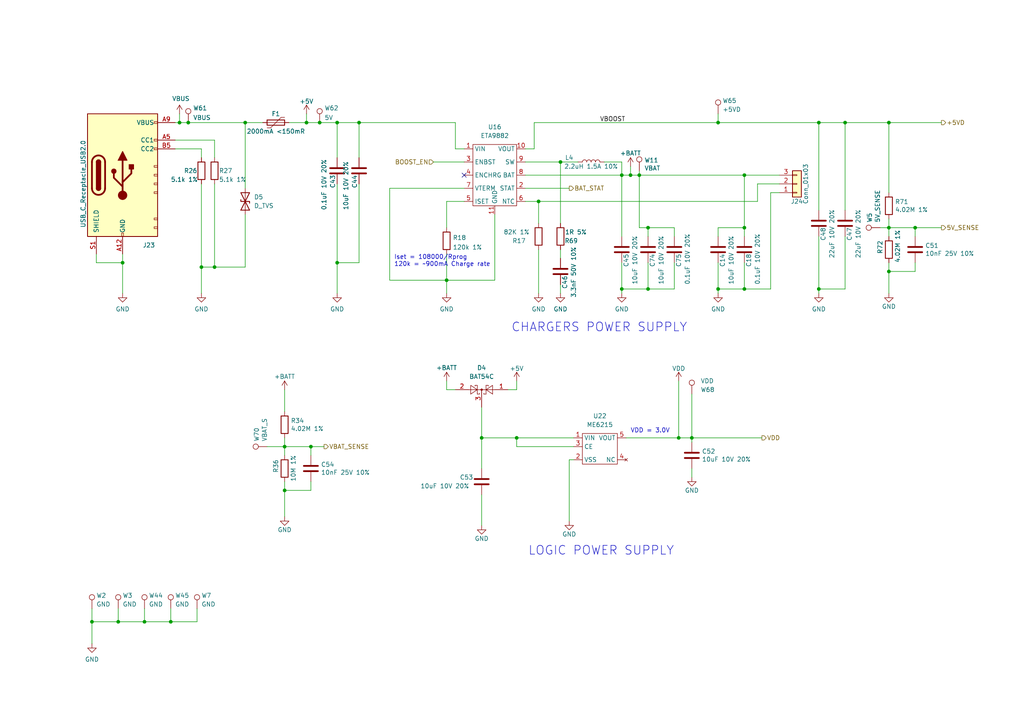
<source format=kicad_sch>
(kicad_sch (version 20230121) (generator eeschema)
  (paper "A4")
  (lib_symbols
    (symbol "Connector_Generic:Conn_01x03" (pin_names (offset 1.016) hide)
      (property "Reference" "J" (at 0 5.08 0))
      (property "Value" "Conn_01x03" (at 0 -5.08 0))
      (symbol "Conn_01x03_1_1"
        (rectangle (start -1.27 -2.413) (end 0 -2.667) (stroke (width 0.1524)))
        (rectangle (start -1.27 0.127) (end 0 -0.127) (stroke (width 0.1524)))
        (rectangle (start -1.27 2.667) (end 0 2.413) (stroke (width 0.1524)))
        (rectangle (start -1.27 3.81) (end 1.27 -3.81) (stroke (width 0.254)) (fill (type background)))
        (pin passive line (at -5.08 2.54 0) (length 3.81) (name "Pin_1") (number "1"))
        (pin passive line (at -5.08 0 0) (length 3.81) (name "Pin_2") (number "2"))
        (pin passive line (at -5.08 -2.54 0) (length 3.81) (name "Pin_3") (number "3"))
      )
    )
    (symbol "Device:C" (pin_numbers hide) (pin_names (offset 0.254))
      (property "Reference" "C" (at 0.635 2.54 0))
      (property "Value" "C" (at 0.635 -2.54 0))
      (symbol "C_0_1"
        (polyline (pts (xy -2.032 -0.762) (xy 2.032 -0.762)) (stroke (width 0.508)))
        (polyline (pts (xy -2.032 0.762) (xy 2.032 0.762)) (stroke (width 0.508)))
      )
      (symbol "C_1_1"
        (pin passive line (at 0 3.81 270) (length 2.794) (name "~") (number "1"))
        (pin passive line (at 0 -3.81 90) (length 2.794) (name "~") (number "2"))
      )
    )
    (symbol "Device:D_TVS" (pin_numbers hide) (pin_names (offset 1.016) hide)
      (property "Reference" "D" (at 0 2.54 0))
      (property "Value" "D_TVS" (at 0 -2.54 0))
      (symbol "D_TVS_0_1"
        (polyline (pts (xy 1.27 0) (xy -1.27 0)))
        (polyline (pts (xy 0.508 1.27) (xy 0 1.27) (xy 0 -1.27) (xy -0.508 -1.27)) (stroke (width 0.254)))
        (polyline (pts (xy -2.54 1.27) (xy -2.54 -1.27) (xy 2.54 1.27) (xy 2.54 -1.27) (xy -2.54 1.27)) (stroke (width 0.254)))
      )
      (symbol "D_TVS_1_1"
        (pin passive line (at -3.81 0 0) (length 2.54) (name "A1") (number "1"))
        (pin passive line (at 3.81 0 180) (length 2.54) (name "A2") (number "2"))
      )
    )
    (symbol "Device:L" (pin_numbers hide) (pin_names (offset 1.016) hide)
      (property "Reference" "L" (at -1.27 0 90))
      (property "Value" "L" (at 1.905 0 90))
      (symbol "L_0_1"
        (arc (start 0 -2.54) (mid 0.6323 -1.905) (end 0 -1.27))
        (arc (start 0 -1.27) (mid 0.6323 -0.635) (end 0 0))
        (arc (start 0 0) (mid 0.6323 0.635) (end 0 1.27))
        (arc (start 0 1.27) (mid 0.6323 1.905) (end 0 2.54))
      )
      (symbol "L_1_1"
        (pin passive line (at 0 3.81 270) (length 1.27) (name "1") (number "1"))
        (pin passive line (at 0 -3.81 90) (length 1.27) (name "2") (number "2"))
      )
    )
    (symbol "Device:Polyfuse" (pin_numbers hide) (pin_names (offset 0))
      (property "Reference" "F" (at -2.54 0 90))
      (property "Value" "Polyfuse" (at 2.54 0 90))
      (symbol "Polyfuse_0_1"
        (rectangle (start -0.762 2.54) (end 0.762 -2.54) (stroke (width 0.254)))
        (polyline (pts (xy 0 2.54) (xy 0 -2.54)))
        (polyline (pts (xy -1.524 2.54) (xy -1.524 1.524) (xy 1.524 -1.524) (xy 1.524 -2.54)))
      )
      (symbol "Polyfuse_1_1"
        (pin passive line (at 0 3.81 270) (length 1.27) (name "~") (number "1"))
        (pin passive line (at 0 -3.81 90) (length 1.27) (name "~") (number "2"))
      )
    )
    (symbol "Device:R" (pin_numbers hide) (pin_names (offset 0))
      (property "Reference" "R" (at 2.032 0 90))
      (property "Value" "R" (at 0 0 90))
      (symbol "R_0_1"
        (rectangle (start -1.016 -2.54) (end 1.016 2.54) (stroke (width 0.254)))
      )
      (symbol "R_1_1"
        (pin passive line (at 0 3.81 270) (length 1.27) (name "~") (number "1"))
        (pin passive line (at 0 -3.81 90) (length 1.27) (name "~") (number "2"))
      )
    )
    (symbol "Diode:BAT54C" (pin_names (offset 1.016))
      (property "Reference" "D" (at 0.635 -3.81 0))
      (property "Value" "BAT54C" (at -6.35 3.175 0))
      (symbol "BAT54C_0_1"
        (polyline (pts (xy -1.905 0) (xy 1.905 0)))
        (polyline (pts (xy -1.905 1.27) (xy -1.905 1.016)))
        (polyline (pts (xy -1.27 -1.27) (xy -0.635 -1.27)))
        (polyline (pts (xy -1.27 0) (xy -3.81 0)))
        (polyline (pts (xy -1.27 1.27) (xy -1.905 1.27)))
        (polyline (pts (xy -1.27 1.27) (xy -1.27 -1.27)))
        (polyline (pts (xy -0.635 -1.27) (xy -0.635 -1.016)))
        (polyline (pts (xy 0.635 -1.27) (xy 0.635 -1.016)))
        (polyline (pts (xy 1.27 -1.27) (xy 0.635 -1.27)))
        (polyline (pts (xy 1.27 1.27) (xy 1.27 -1.27)))
        (polyline (pts (xy 1.27 1.27) (xy 1.905 1.27)))
        (polyline (pts (xy 1.905 1.27) (xy 1.905 1.016)))
        (polyline (pts (xy 3.81 0) (xy 1.27 0)))
        (polyline (pts (xy -3.175 -1.27) (xy -3.175 1.27) (xy -1.27 0) (xy -3.175 -1.27)))
        (polyline (pts (xy 3.175 -1.27) (xy 3.175 1.27) (xy 1.27 0) (xy 3.175 -1.27)))
        (circle (center 0 0) (radius 0.254) (fill (type outline)))
      )
      (symbol "BAT54C_1_1"
        (pin passive line (at -7.62 0 0) (length 3.81) (name "~") (number "1"))
        (pin passive line (at 7.62 0 180) (length 3.81) (name "~") (number "2"))
        (pin passive line (at 0 -5.08 90) (length 5.08) (name "~") (number "3"))
      )
    )
    (symbol "Pixels-dice:ETA9882"
      (property "Reference" "U" (at -5.08 -17.78 0))
      (property "Value" "ETA9882" (at -10.16 2.54 0))
      (symbol "ETA9882_0_1"
        (rectangle (start -16.51 1.27) (end -3.81 -16.51))
      )
      (symbol "ETA9882_1_1"
        (pin power_in line (at -19.05 0 0) (length 2.54) (name "VIN") (number "1"))
        (pin power_out line (at -1.27 0 180) (length 2.54) (name "VOUT") (number "10"))
        (pin power_out line (at -10.16 -19.05 90) (length 2.54) (name "GND") (number "11"))
        (pin output line (at -1.27 -11.43 180) (length 2.54) (name "STAT") (number "2"))
        (pin input line (at -19.05 -3.81 0) (length 2.54) (name "ENBST") (number "3"))
        (pin input line (at -19.05 -7.62 0) (length 2.54) (name "ENCHRG") (number "4"))
        (pin output line (at -19.05 -15.24 0) (length 2.54) (name "ISET") (number "5"))
        (pin input line (at -1.27 -15.24 180) (length 2.54) (name "NTC") (number "6"))
        (pin input line (at -19.05 -11.43 0) (length 2.54) (name "VTERM") (number "7"))
        (pin power_in line (at -1.27 -7.62 180) (length 2.54) (name "BAT") (number "8"))
        (pin output line (at -1.27 -3.81 180) (length 2.54) (name "SW") (number "9"))
      )
    )
    (symbol "Pixels-dice:ME6215"
      (property "Reference" "U" (at 3.175 -6.35 0))
      (property "Value" "ME6215" (at 0 5.08 0))
      (symbol "ME6215_0_1"
        (rectangle (start -5.08 3.81) (end 5.08 -5.08))
      )
      (symbol "ME6215_1_1"
        (pin power_in line (at -7.62 2.54 0) (length 2.54) (name "VIN") (number "1"))
        (pin power_in line (at -7.62 -3.81 0) (length 2.54) (name "VSS") (number "2"))
        (pin input line (at -7.62 0 0) (length 2.54) (name "CE") (number "3"))
        (pin no_connect line (at 7.62 -3.81 180) (length 2.54) (name "NC") (number "4"))
        (pin power_out line (at 7.62 2.54 180) (length 2.54) (name "VOUT") (number "5"))
      )
    )
    (symbol "Pixels-dice:TEST_1P-conn" (pin_numbers hide) (pin_names (offset 0.762) hide)
      (property "Reference" "W" (at 0 6.858 0))
      (property "Value" "TEST_1P-conn" (at 0 5.08 0))
      (symbol "TEST_1P-conn_0_1"
        (circle (center 0 3.302) (radius 0.762))
      )
      (symbol "TEST_1P-conn_1_1"
        (pin passive line (at 0 0 90) (length 2.54) (name "1") (number "1"))
      )
    )
    (symbol "Pixels-dice:USB_C_Receptacle_USB2.0" (pin_names (offset 1.016))
      (property "Reference" "J" (at -10.16 19.05 0))
      (property "Value" "USB_C_Receptacle_USB2.0" (at 19.05 19.05 0))
      (symbol "USB_C_Receptacle_USB2.0_0_0"
        (rectangle (start -0.254 -17.78) (end 0.254 -16.764))
        (rectangle (start 10.16 -14.986) (end 9.144 -15.494))
        (rectangle (start 10.16 -12.446) (end 9.144 -12.954))
        (rectangle (start 10.16 -4.826) (end 9.144 -5.334))
        (rectangle (start 10.16 -2.286) (end 9.144 -2.794))
        (rectangle (start 10.16 0.254) (end 9.144 -0.254))
        (rectangle (start 10.16 2.794) (end 9.144 2.286))
        (rectangle (start 10.16 7.874) (end 9.144 7.366))
        (rectangle (start 10.16 10.414) (end 9.144 9.906))
        (rectangle (start 10.16 15.494) (end 9.144 14.986))
      )
      (symbol "USB_C_Receptacle_USB2.0_0_1"
        (rectangle (start -10.16 17.78) (end 10.16 -17.78) (stroke (width 0.254)) (fill (type background)))
        (arc (start -8.89 -3.81) (mid -6.985 -5.7067) (end -5.08 -3.81) (stroke (width 0.508)))
        (arc (start -7.62 -3.81) (mid -6.985 -4.4423) (end -6.35 -3.81) (stroke (width 0.254)))
        (arc (start -7.62 -3.81) (mid -6.985 -4.4423) (end -6.35 -3.81) (stroke (width 0.254)) (fill (type outline)))
        (rectangle (start -7.62 -3.81) (end -6.35 3.81) (stroke (width 0.254)) (fill (type outline)))
        (arc (start -6.35 3.81) (mid -6.985 4.4423) (end -7.62 3.81) (stroke (width 0.254)))
        (arc (start -6.35 3.81) (mid -6.985 4.4423) (end -7.62 3.81) (stroke (width 0.254)) (fill (type outline)))
        (arc (start -5.08 3.81) (mid -6.985 5.7067) (end -8.89 3.81) (stroke (width 0.508)))
        (circle (center -2.54 1.143) (radius 0.635) (stroke (width 0.254)) (fill (type outline)))
        (circle (center 0 -5.842) (radius 1.27) (fill (type outline)))
        (polyline (pts (xy -8.89 -3.81) (xy -8.89 3.81)) (stroke (width 0.508)))
        (polyline (pts (xy -5.08 3.81) (xy -5.08 -3.81)) (stroke (width 0.508)))
        (polyline (pts (xy 0 -5.842) (xy 0 4.318)) (stroke (width 0.508)))
        (polyline (pts (xy 0 -3.302) (xy -2.54 -0.762) (xy -2.54 0.508)) (stroke (width 0.508)))
        (polyline (pts (xy 0 -2.032) (xy 2.54 0.508) (xy 2.54 1.778)) (stroke (width 0.508)))
        (polyline (pts (xy -1.27 4.318) (xy 0 6.858) (xy 1.27 4.318) (xy -1.27 4.318)) (stroke (width 0.254)) (fill (type outline)))
        (rectangle (start 1.905 1.778) (end 3.175 3.048) (stroke (width 0.254)) (fill (type outline)))
      )
      (symbol "USB_C_Receptacle_USB2.0_1_1"
        (pin passive line (at 0 -22.86 90) (length 5.08) (name "GND") (number "A12"))
        (pin bidirectional line (at 15.24 10.16 180) (length 5.08) (name "CC1") (number "A5"))
        (pin passive line (at 15.24 15.24 180) (length 5.08) (name "VBUS") (number "A9"))
        (pin passive line (at 0 -22.86 90) (length 5.08) hide (name "GND") (number "B12"))
        (pin bidirectional line (at 15.24 7.62 180) (length 5.08) (name "CC2") (number "B5"))
        (pin passive line (at 15.24 15.24 180) (length 5.08) hide (name "VBUS") (number "B9"))
        (pin passive line (at -7.62 -22.86 90) (length 5.08) (name "SHIELD") (number "S1"))
      )
    )
    (symbol "power:+5V" (power) (pin_names (offset 0))
      (property "Value" "+5V" (at 0 3.556 0))
      (symbol "+5V_0_1"
        (polyline (pts (xy -0.762 1.27) (xy 0 2.54)))
        (polyline (pts (xy 0 0) (xy 0 2.54)))
        (polyline (pts (xy 0 2.54) (xy 0.762 1.27)))
      )
      (symbol "+5V_1_1"
        (pin power_in line (at 0 0 90) (length 0) hide (name "+5V") (number "1"))
      )
    )
    (symbol "power:+BATT" (power) (pin_names (offset 0))
      (property "Value" "+BATT" (at 0 3.556 0))
      (symbol "+BATT_0_1"
        (polyline (pts (xy -0.762 1.27) (xy 0 2.54)))
        (polyline (pts (xy 0 0) (xy 0 2.54)))
        (polyline (pts (xy 0 2.54) (xy 0.762 1.27)))
      )
      (symbol "+BATT_1_1"
        (pin power_in line (at 0 0 90) (length 0) hide (name "+BATT") (number "1"))
      )
    )
    (symbol "power:GND" (power) (pin_names (offset 0))
      (property "Value" "GND" (at 0 -3.81 0))
      (symbol "GND_0_1"
        (polyline (pts (xy 0 0) (xy 0 -1.27) (xy 1.27 -1.27) (xy 0 -2.54) (xy -1.27 -1.27) (xy 0 -1.27)))
      )
      (symbol "GND_1_1"
        (pin power_in line (at 0 0 270) (length 0) hide (name "GND") (number "1"))
      )
    )
    (symbol "power:VBUS" (power) (pin_names (offset 0))
      (property "Value" "VBUS" (at 0 3.81 0))
      (symbol "VBUS_0_1"
        (polyline (pts (xy -0.762 1.27) (xy 0 2.54)))
        (polyline (pts (xy 0 0) (xy 0 2.54)))
        (polyline (pts (xy 0 2.54) (xy 0.762 1.27)))
      )
      (symbol "VBUS_1_1"
        (pin power_in line (at 0 0 90) (length 0) hide (name "VBUS") (number "1"))
      )
    )
    (symbol "power:VDD" (power) (pin_names (offset 0))
      (property "Value" "VDD" (at 0 3.81 0))
      (symbol "VDD_0_1"
        (polyline (pts (xy -0.762 1.27) (xy 0 2.54)))
        (polyline (pts (xy 0 0) (xy 0 2.54)))
        (polyline (pts (xy 0 2.54) (xy 0.762 1.27)))
      )
      (symbol "VDD_1_1"
        (pin power_in line (at 0 0 90) (length 0) hide (name "VDD") (number "1"))
      )
    )
  )
  (junction (at 196.85 127))
  (junction (at 180.34 50.8))
  (junction (at 237.49 83.82))
  (junction (at 200.66 127))
  (junction (at 49.53 180.34))
  (junction (at 62.23 77.47))
  (junction (at 90.17 129.54))
  (junction (at 257.81 35.56))
  (junction (at 129.54 81.28))
  (junction (at 52.07 35.56))
  (junction (at 180.34 83.82))
  (junction (at 88.9 35.56))
  (junction (at 215.9 66.04))
  (junction (at 34.29 180.34))
  (junction (at 35.56 76.2))
  (junction (at 149.86 127))
  (junction (at 215.9 50.8))
  (junction (at 92.71 35.56))
  (junction (at 208.28 83.82))
  (junction (at 58.42 77.47))
  (junction (at 187.96 83.82))
  (junction (at 265.43 66.04))
  (junction (at 71.12 35.56))
  (junction (at 245.11 35.56))
  (junction (at 82.55 142.24))
  (junction (at 257.81 78.74))
  (junction (at 41.91 180.34))
  (junction (at 185.42 50.8))
  (junction (at 156.21 58.42))
  (junction (at 97.79 35.56))
  (junction (at 97.79 76.2))
  (junction (at 182.88 50.8))
  (junction (at 162.56 46.99))
  (junction (at 257.81 66.04))
  (junction (at 215.9 83.82))
  (junction (at 104.14 35.56))
  (junction (at 208.28 35.56))
  (junction (at 82.55 129.54))
  (junction (at 139.7 127))
  (junction (at 26.67 180.34))
  (junction (at 187.96 66.04))
  (junction (at 237.49 35.56))
  (junction (at 54.61 35.56))
  (no_connect (at 134.62 50.8))
  (wire (pts (xy 257.81 35.56) (xy 273.05 35.56)))
  (wire (pts (xy 52.07 33.02) (xy 52.07 35.56)))
  (wire (pts (xy 265.43 76.2) (xy 265.43 78.74)))
  (wire (pts (xy 62.23 53.34) (xy 62.23 77.47)))
  (wire (pts (xy 26.67 180.34) (xy 26.67 186.69)))
  (wire (pts (xy 195.58 76.2) (xy 195.58 83.82)))
  (wire (pts (xy 208.28 66.04) (xy 215.9 66.04)))
  (wire (pts (xy 149.86 127) (xy 166.37 127)))
  (wire (pts (xy 265.43 66.04) (xy 265.43 68.58)))
  (wire (pts (xy 245.11 83.82) (xy 237.49 83.82)))
  (wire (pts (xy 180.34 46.99) (xy 180.34 50.8)))
  (wire (pts (xy 139.7 143.51) (xy 139.7 152.4)))
  (wire (pts (xy 185.42 50.8) (xy 215.9 50.8)))
  (wire (pts (xy 129.54 113.03) (xy 132.08 113.03)))
  (wire (pts (xy 265.43 66.04) (xy 273.05 66.04)))
  (wire (pts (xy 134.62 54.61) (xy 113.03 54.61)))
  (wire (pts (xy 165.1 133.35) (xy 165.1 151.13)))
  (wire (pts (xy 97.79 53.34) (xy 97.79 76.2)))
  (wire (pts (xy 97.79 35.56) (xy 97.79 45.72)))
  (wire (pts (xy 187.96 76.2) (xy 187.96 83.82)))
  (wire (pts (xy 35.56 73.66) (xy 35.56 76.2)))
  (wire (pts (xy 88.9 33.02) (xy 88.9 35.56)))
  (wire (pts (xy 185.42 49.53) (xy 185.42 50.8)))
  (wire (pts (xy 90.17 142.24) (xy 82.55 142.24)))
  (wire (pts (xy 257.81 63.5) (xy 257.81 66.04)))
  (wire (pts (xy 185.42 66.04) (xy 185.42 50.8)))
  (wire (pts (xy 152.4 50.8) (xy 180.34 50.8)))
  (wire (pts (xy 82.55 113.03) (xy 82.55 119.38)))
  (wire (pts (xy 257.81 66.04) (xy 265.43 66.04)))
  (wire (pts (xy 113.03 54.61) (xy 113.03 81.28)))
  (wire (pts (xy 215.9 50.8) (xy 215.9 66.04)))
  (wire (pts (xy 71.12 62.23) (xy 71.12 77.47)))
  (wire (pts (xy 139.7 118.11) (xy 139.7 127)))
  (wire (pts (xy 219.71 53.34) (xy 219.71 58.42)))
  (wire (pts (xy 58.42 43.18) (xy 58.42 45.72)))
  (wire (pts (xy 257.81 76.2) (xy 257.81 78.74)))
  (wire (pts (xy 62.23 77.47) (xy 58.42 77.47)))
  (wire (pts (xy 129.54 58.42) (xy 129.54 66.04)))
  (wire (pts (xy 245.11 35.56) (xy 257.81 35.56)))
  (wire (pts (xy 223.52 83.82) (xy 215.9 83.82)))
  (wire (pts (xy 27.94 76.2) (xy 35.56 76.2)))
  (wire (pts (xy 104.14 76.2) (xy 97.79 76.2)))
  (wire (pts (xy 162.56 46.99) (xy 162.56 64.77)))
  (wire (pts (xy 208.28 35.56) (xy 237.49 35.56)))
  (wire (pts (xy 26.67 180.34) (xy 34.29 180.34)))
  (wire (pts (xy 139.7 127) (xy 149.86 127)))
  (wire (pts (xy 104.14 35.56) (xy 104.14 45.72)))
  (wire (pts (xy 27.94 73.66) (xy 27.94 76.2)))
  (wire (pts (xy 90.17 139.7) (xy 90.17 142.24)))
  (wire (pts (xy 200.66 135.89) (xy 200.66 138.43)))
  (wire (pts (xy 200.66 127) (xy 200.66 128.27)))
  (wire (pts (xy 196.85 110.49) (xy 196.85 127)))
  (wire (pts (xy 104.14 35.56) (xy 132.08 35.56)))
  (wire (pts (xy 90.17 129.54) (xy 90.17 132.08)))
  (wire (pts (xy 77.47 129.54) (xy 82.55 129.54)))
  (wire (pts (xy 156.21 58.42) (xy 156.21 64.77)))
  (wire (pts (xy 181.61 127) (xy 196.85 127)))
  (wire (pts (xy 180.34 50.8) (xy 180.34 68.58)))
  (wire (pts (xy 97.79 76.2) (xy 97.79 85.09)))
  (wire (pts (xy 208.28 33.02) (xy 208.28 35.56)))
  (wire (pts (xy 149.86 110.49) (xy 149.86 113.03)))
  (wire (pts (xy 237.49 68.58) (xy 237.49 83.82)))
  (wire (pts (xy 182.88 48.26) (xy 182.88 50.8)))
  (wire (pts (xy 196.85 127) (xy 200.66 127)))
  (wire (pts (xy 208.28 68.58) (xy 208.28 66.04)))
  (wire (pts (xy 200.66 114.3) (xy 200.66 127)))
  (wire (pts (xy 82.55 129.54) (xy 90.17 129.54)))
  (wire (pts (xy 149.86 127) (xy 149.86 129.54)))
  (wire (pts (xy 215.9 66.04) (xy 215.9 68.58)))
  (wire (pts (xy 57.15 180.34) (xy 57.15 176.53)))
  (wire (pts (xy 187.96 83.82) (xy 195.58 83.82)))
  (wire (pts (xy 187.96 66.04) (xy 195.58 66.04)))
  (wire (pts (xy 162.56 46.99) (xy 167.64 46.99)))
  (wire (pts (xy 113.03 81.28) (xy 129.54 81.28)))
  (wire (pts (xy 215.9 76.2) (xy 215.9 83.82)))
  (wire (pts (xy 58.42 77.47) (xy 58.42 85.09)))
  (wire (pts (xy 226.06 55.88) (xy 223.52 55.88)))
  (wire (pts (xy 92.71 35.56) (xy 97.79 35.56)))
  (wire (pts (xy 245.11 68.58) (xy 245.11 83.82)))
  (wire (pts (xy 129.54 73.66) (xy 129.54 81.28)))
  (wire (pts (xy 195.58 66.04) (xy 195.58 68.58)))
  (wire (pts (xy 154.94 35.56) (xy 208.28 35.56)))
  (wire (pts (xy 166.37 129.54) (xy 149.86 129.54)))
  (wire (pts (xy 187.96 68.58) (xy 187.96 66.04)))
  (wire (pts (xy 83.82 35.56) (xy 88.9 35.56)))
  (wire (pts (xy 257.81 78.74) (xy 257.81 85.09)))
  (wire (pts (xy 88.9 35.56) (xy 92.71 35.56)))
  (wire (pts (xy 50.8 40.64) (xy 62.23 40.64)))
  (wire (pts (xy 54.61 35.56) (xy 71.12 35.56)))
  (wire (pts (xy 132.08 35.56) (xy 132.08 43.18)))
  (wire (pts (xy 82.55 142.24) (xy 82.55 149.86)))
  (wire (pts (xy 237.49 35.56) (xy 237.49 60.96)))
  (wire (pts (xy 97.79 35.56) (xy 104.14 35.56)))
  (wire (pts (xy 104.14 53.34) (xy 104.14 76.2)))
  (wire (pts (xy 219.71 58.42) (xy 156.21 58.42)))
  (wire (pts (xy 34.29 180.34) (xy 34.29 176.53)))
  (wire (pts (xy 129.54 110.49) (xy 129.54 113.03)))
  (wire (pts (xy 82.55 139.7) (xy 82.55 142.24)))
  (wire (pts (xy 71.12 35.56) (xy 71.12 54.61)))
  (wire (pts (xy 185.42 66.04) (xy 187.96 66.04)))
  (wire (pts (xy 132.08 43.18) (xy 134.62 43.18)))
  (wire (pts (xy 154.94 35.56) (xy 154.94 43.18)))
  (wire (pts (xy 50.8 35.56) (xy 52.07 35.56)))
  (wire (pts (xy 223.52 55.88) (xy 223.52 83.82)))
  (wire (pts (xy 257.81 66.04) (xy 257.81 68.58)))
  (wire (pts (xy 41.91 180.34) (xy 49.53 180.34)))
  (wire (pts (xy 156.21 72.39) (xy 156.21 85.09)))
  (wire (pts (xy 71.12 35.56) (xy 76.2 35.56)))
  (wire (pts (xy 125.73 46.99) (xy 134.62 46.99)))
  (wire (pts (xy 129.54 81.28) (xy 143.51 81.28)))
  (wire (pts (xy 237.49 83.82) (xy 237.49 85.09)))
  (wire (pts (xy 180.34 76.2) (xy 180.34 83.82)))
  (wire (pts (xy 49.53 180.34) (xy 57.15 180.34)))
  (wire (pts (xy 26.67 176.53) (xy 26.67 180.34)))
  (wire (pts (xy 41.91 180.34) (xy 41.91 176.53)))
  (wire (pts (xy 50.8 43.18) (xy 58.42 43.18)))
  (wire (pts (xy 162.56 82.55) (xy 162.56 85.09)))
  (wire (pts (xy 71.12 77.47) (xy 62.23 77.47)))
  (wire (pts (xy 149.86 113.03) (xy 147.32 113.03)))
  (wire (pts (xy 143.51 62.23) (xy 143.51 81.28)))
  (wire (pts (xy 257.81 35.56) (xy 257.81 55.88)))
  (wire (pts (xy 152.4 54.61) (xy 165.1 54.61)))
  (wire (pts (xy 129.54 58.42) (xy 134.62 58.42)))
  (wire (pts (xy 175.26 46.99) (xy 180.34 46.99)))
  (wire (pts (xy 62.23 40.64) (xy 62.23 45.72)))
  (wire (pts (xy 215.9 83.82) (xy 208.28 83.82)))
  (wire (pts (xy 255.27 66.04) (xy 257.81 66.04)))
  (wire (pts (xy 265.43 78.74) (xy 257.81 78.74)))
  (wire (pts (xy 49.53 180.34) (xy 49.53 176.53)))
  (wire (pts (xy 139.7 135.89) (xy 139.7 127)))
  (wire (pts (xy 215.9 50.8) (xy 226.06 50.8)))
  (wire (pts (xy 154.94 43.18) (xy 152.4 43.18)))
  (wire (pts (xy 180.34 50.8) (xy 182.88 50.8)))
  (wire (pts (xy 52.07 35.56) (xy 54.61 35.56)))
  (wire (pts (xy 219.71 53.34) (xy 226.06 53.34)))
  (wire (pts (xy 165.1 133.35) (xy 166.37 133.35)))
  (wire (pts (xy 35.56 76.2) (xy 35.56 85.09)))
  (wire (pts (xy 208.28 83.82) (xy 208.28 85.09)))
  (wire (pts (xy 182.88 50.8) (xy 185.42 50.8)))
  (wire (pts (xy 200.66 127) (xy 220.98 127)))
  (wire (pts (xy 58.42 53.34) (xy 58.42 77.47)))
  (wire (pts (xy 82.55 127) (xy 82.55 129.54)))
  (wire (pts (xy 82.55 129.54) (xy 82.55 132.08)))
  (wire (pts (xy 90.17 129.54) (xy 93.98 129.54)))
  (wire (pts (xy 152.4 46.99) (xy 162.56 46.99)))
  (wire (pts (xy 245.11 35.56) (xy 245.11 60.96)))
  (wire (pts (xy 34.29 180.34) (xy 41.91 180.34)))
  (wire (pts (xy 129.54 81.28) (xy 129.54 85.09)))
  (wire (pts (xy 162.56 72.39) (xy 162.56 74.93)))
  (wire (pts (xy 152.4 58.42) (xy 156.21 58.42)))
  (wire (pts (xy 180.34 83.82) (xy 187.96 83.82)))
  (wire (pts (xy 237.49 35.56) (xy 245.11 35.56)))
  (wire (pts (xy 180.34 83.82) (xy 180.34 85.09)))
  (wire (pts (xy 208.28 76.2) (xy 208.28 83.82)))
  (text "CHARGERS POWER SUPPLY" (at 199.39 96.52 0) (effects (font (size 2.54 2.54)) (justify right bottom)))
  (text "VDD = 3.0V" (at 194.31 125.73 0) (effects (font (size 1.27 1.27)) (justify right bottom)))
  (text "Iset = 108000/Rprog\n120k = ~900mA Charge rate" (at 114.3 77.47 0) (effects (font (size 1.27 1.27)) (justify left bottom)))
  (text "LOGIC POWER SUPPLY" (at 195.58 161.29 0) (effects (font (size 2.54 2.54)) (justify right bottom)))
  (label "VBOOST" (at 173.99 35.56 0))
  (hierarchical_label "VDD" (shape output) (at 220.98 127 0))
  (hierarchical_label "VBAT_SENSE" (shape output) (at 93.98 129.54 0))
  (hierarchical_label "5V_SENSE" (shape output) (at 273.05 66.04 0))
  (hierarchical_label "BAT_STAT" (shape output) (at 165.1 54.61 0))
  (hierarchical_label "+5VD" (shape output) (at 273.05 35.56 0))
  (hierarchical_label "BOOST_EN" (shape input) (at 125.73 46.99 180))
  (symbol (lib_id "power:GND") (at 180.34 85.09 0) (unit 1)
    (property "Reference" "#PWR0104" (effects hide))
    (property "Value" "GND" (at 180.34 89.6525 0))
  )
  (symbol (lib_id "Pixels-dice:TEST_1P-conn") (at 208.28 33.02 0) (unit 1)
    (property "Reference" "W65" (at 209.55 29.21 0) (effects (justify left)))
    (property "Value" "+5VD" (at 209.55 31.75 0) (effects (justify left)))
    (property "Footprint" "Pixels-dice:TestPoint_1.5x1.5_Drill0.9mm" (effects hide))
  )
  (symbol (lib_id "Device:C") (at 180.34 72.39 0) (unit 1)
    (property "Reference" "C45" (at 181.61 77.47 90) (effects (justify left)))
    (property "Value" "10uF 10V 20%" (at 184.15 82.55 90) (effects (justify left)))
    (property "Footprint" "Capacitor_SMD:C_0603_1608Metric" (effects hide))
    (property "Generic OK" "YES" (effects hide))
    (property "Manufacturer" "Murata" (effects hide))
    (property "Manufacturer Part Number" "GRM188R61A106ME69D" (effects hide))
  )
  (symbol (lib_id "power:+5V") (at 88.9 33.02 0) (unit 1)
    (property "Reference" "#PWR059" (effects hide))
    (property "Value" "+5V" (at 88.9 29.4155 0))
  )
  (symbol (lib_id "power:+5V") (at 149.86 110.49 0) (unit 1)
    (property "Reference" "#PWR085" (effects hide))
    (property "Value" "+5V" (at 149.86 106.8855 0))
  )
  (symbol (lib_id "Pixels-dice:TEST_1P-conn") (at 92.71 35.56 0) (unit 1)
    (property "Reference" "W62" (at 94.107 31.3495 0) (effects (justify left)))
    (property "Value" "5V" (at 94.107 34.1246 0) (effects (justify left)))
    (property "Footprint" "Pixels-dice:TEST_PIN" (effects hide))
  )
  (symbol (lib_id "power:+BATT") (at 82.55 113.03 0) (unit 1)
    (property "Reference" "#PWR081" (effects hide))
    (property "Value" "+BATT" (at 82.55 109.22 0))
  )
  (symbol (lib_id "Pixels-dice:TEST_1P-conn") (at 54.61 35.56 0) (unit 1)
    (property "Reference" "W61" (at 56.007 31.3495 0) (effects (justify left)))
    (property "Value" "VBUS" (at 56.007 34.1246 0) (effects (justify left)))
    (property "Footprint" "Pixels-dice:TestPoint_1.5x1.5_Drill0.9mm" (effects hide))
  )
  (symbol (lib_id "Device:Polyfuse") (at 80.01 35.56 90) (unit 1)
    (property "Reference" "F1" (at 80.01 33.02 90))
    (property "Value" "2000mA <150mR" (at 80.01 38.1 90))
    (property "Footprint" "Fuse:Fuse_1210_3225Metric" (effects hide))
    (property "Manufacturer" "Shenzhen JDT Fuse" (effects hide))
    (property "Manufacturer Part Number" "ASMD1210-110-16V" (effects hide))
    (property "Generic OK" "YES" (effects hide))
  )
  (symbol (lib_id "Device:R") (at 58.42 49.53 180) (unit 1)
    (property "Reference" "R26" (at 53.34 49.53 0) (effects (justify right)))
    (property "Value" "5.1k 1%" (at 49.53 52.07 0) (effects (justify right)))
    (property "Footprint" "Resistor_SMD:R_0402_1005Metric" (effects hide))
    (property "LCSC Part Number" "C25905" (effects hide))
    (property "Manufacturer" "UNI-ROYAL(Uniroyal Elec)" (effects hide))
    (property "Manufacturer Part Number" "0402WGF5101TCE" (effects hide))
    (property "Generic OK" "YES" (effects hide))
  )
  (symbol (lib_id "Device:C") (at 195.58 72.39 0) (unit 1)
    (property "Reference" "C75" (at 196.85 77.47 90) (effects (justify left)))
    (property "Value" "0.1uF 10V 20%" (at 199.39 82.55 90) (effects (justify left)))
    (property "Footprint" "Capacitor_SMD:C_0402_1005Metric" (effects hide))
    (property "Generic OK" "YES" (effects hide))
    (property "Manufacturer" "Murata" (effects hide))
    (property "Manufacturer Part Number" "GRM155R61H104KE19D" (effects hide))
  )
  (symbol (lib_id "power:GND") (at 58.42 85.09 0) (unit 1)
    (property "Reference" "#PWR065" (effects hide))
    (property "Value" "GND" (at 58.42 89.6525 0))
  )
  (symbol (lib_id "Device:R") (at 62.23 49.53 180) (unit 1)
    (property "Reference" "R27" (at 63.5 49.53 0) (effects (justify right)))
    (property "Value" "5.1k 1%" (at 63.5 52.07 0) (effects (justify right)))
    (property "Footprint" "Resistor_SMD:R_0402_1005Metric" (effects hide))
    (property "LCSC Part Number" "C25905" (effects hide))
    (property "Manufacturer" "UNI-ROYAL(Uniroyal Elec)" (effects hide))
    (property "Manufacturer Part Number" "0402WGF5101TCE" (effects hide))
    (property "Generic OK" "YES" (effects hide))
  )
  (symbol (lib_id "Pixels-dice:TEST_1P-conn") (at 34.29 176.53 0) (unit 1)
    (property "Reference" "W3" (at 35.56 172.72 0) (effects (justify left)))
    (property "Value" "GND" (at 35.56 175.26 0) (effects (justify left)))
    (property "Footprint" "Pixels-dice:TestPoint_1.5x1.5_Drill0.9mm" (effects hide))
  )
  (symbol (lib_id "power:VBUS") (at 52.07 33.02 0) (unit 1)
    (property "Reference" "#PWR058" (effects hide))
    (property "Value" "VBUS" (at 52.451 28.6258 0))
  )
  (symbol (lib_id "Device:L") (at 171.45 46.99 90) (unit 1)
    (property "Reference" "L4" (at 165.1 45.72 90))
    (property "Value" "2.2uH 1.5A 10%" (at 171.45 48.26 90))
    (property "Footprint" "Pixels-dice:SPM6530" (effects hide))
    (property "Generic OK" "YES" (effects hide))
    (property "Manufacturer" "TDK" (effects hide))
    (property "Manufacturer Part Number" "SPM6530T-2R2M" (effects hide))
    (property "LCSC Part Number" "C76857" (effects hide))
  )
  (symbol (lib_id "power:GND") (at 97.79 85.09 0) (unit 1)
    (property "Reference" "#PWR067" (effects hide))
    (property "Value" "GND" (at 97.79 89.6525 0))
  )
  (symbol (lib_id "Device:C") (at 162.56 78.74 0) (unit 1)
    (property "Reference" "C46" (at 163.83 83.82 90) (effects (justify left)))
    (property "Value" "3.3nF 50V 10%" (at 166.37 86.36 90) (effects (justify left)))
    (property "Footprint" "Capacitor_SMD:C_0402_1005Metric" (effects hide))
    (property "Generic OK" "YES" (effects hide))
    (property "Pixels Part Number" "SMD-C007" (effects hide))
    (property "Manufacturer" "Murata" (effects hide))
    (property "Manufacturer Part Number" "GRM155R71H332KA01D" (effects hide))
  )
  (symbol (lib_id "Pixels-dice:USB_C_Receptacle_USB2.0") (at 35.56 50.8 0) (unit 1)
    (property "Reference" "J23" (at 43.18 71.12 0))
    (property "Value" "USB_C_Receptacle_USB2.0" (at 24.13 53.34 90))
    (property "Footprint" "Pixels-dice:USB-C-SMD_10P-P1.00-L6.8-W8.9_V1.1" (effects hide))
    (property "Datasheet" "https://www.usb.org/sites/default/files/documents/usb_type-c.zip" (effects hide))
    (property "LCSC Part Number" "C283540" (effects hide))
    (property "Manufacturer" "Korean Hroparts Elec" (effects hide))
    (property "Manufacturer Part Number" "TYPE-C-31-M-17" (effects hide))
    (property "Generic OK" "NO" (effects hide))
  )
  (symbol (lib_id "Device:C") (at 237.49 64.77 0) (unit 1)
    (property "Reference" "C48" (at 238.76 69.85 90) (effects (justify left)))
    (property "Value" "22uF 10V 20%" (at 241.3 74.93 90) (effects (justify left)))
    (property "Footprint" "Capacitor_SMD:C_0805_2012Metric" (effects hide))
    (property "Manufacturer" "Murata" (effects hide))
    (property "Manufacturer Part Number" "GRM21BR61A226ME51L" (effects hide))
    (property "Generic OK" "YES" (effects hide))
  )
  (symbol (lib_id "power:GND") (at 26.67 186.69 0) (unit 1)
    (property "Reference" "#PWR010" (effects hide))
    (property "Value" "GND" (at 26.67 191.2525 0))
  )
  (symbol (lib_id "Pixels-dice:TEST_1P-conn") (at 26.67 176.53 0) (unit 1)
    (property "Reference" "W2" (at 27.94 172.72 0) (effects (justify left)))
    (property "Value" "GND" (at 27.94 175.26 0) (effects (justify left)))
    (property "Footprint" "Pixels-dice:TestPoint_1.5x1.5_Drill0.9mm" (effects hide))
  )
  (symbol (lib_id "Pixels-dice:TEST_1P-conn") (at 200.66 114.3 0) (unit 1)
    (property "Reference" "W68" (at 203.2 113.03 0) (effects (justify left)))
    (property "Value" "VDD" (at 203.2 110.49 0) (effects (justify left)))
    (property "Footprint" "Pixels-dice:TestPoint_1.5x1.5_Drill0.9mm" (effects hide))
  )
  (symbol (lib_id "Pixels-dice:TEST_1P-conn") (at 255.27 66.04 90) (unit 1)
    (property "Reference" "W5" (at 252.222 64.5668 0) (effects (justify left)))
    (property "Value" "5V_SENSE" (at 254.5334 64.5668 0) (effects (justify left)))
    (property "Footprint" "Pixels-dice:TestPoint_1.5x1.5_Drill0.9mm" (effects hide))
  )
  (symbol (lib_id "Pixels-dice:ETA9882") (at 153.67 43.18 0) (unit 1)
    (property "Reference" "U16" (at 143.51 36.83 0))
    (property "Value" "ETA9882" (at 143.51 39.37 0))
    (property "Footprint" "Pixels-dice:ESSOP10" (effects hide))
    (property "Manufacturer" "ETA Semiconductor Limited" (effects hide))
    (property "Manufacturer Part Number" "ETA9882E10" (effects hide))
  )
  (symbol (lib_id "Device:C") (at 200.66 132.08 0) (unit 1)
    (property "Reference" "C52" (at 203.581 130.9116 0) (effects (justify left)))
    (property "Value" "10uF 10V 20%" (at 203.581 133.223 0) (effects (justify left)))
    (property "Footprint" "Capacitor_SMD:C_0603_1608Metric" (effects hide))
    (property "Generic OK" "YES" (effects hide))
    (property "Pixels Part Number" "SMD-C002" (effects hide))
    (property "Manufacturer" "Murata" (effects hide))
    (property "Manufacturer Part Number" "GRM188R61A106ME69D" (effects hide))
  )
  (symbol (lib_id "Device:C") (at 90.17 135.89 0) (unit 1)
    (property "Reference" "C54" (at 93.091 134.7216 0) (effects (justify left)))
    (property "Value" "10nF 25V 10%" (at 93.091 137.033 0) (effects (justify left)))
    (property "Footprint" "Capacitor_SMD:C_0402_1005Metric" (effects hide))
    (property "Generic OK" "YES" (effects hide))
    (property "Pixels Part Number" "SMD-C009" (effects hide))
    (property "Manufacturer" "Murata" (effects hide))
    (property "Manufacturer Part Number" "GRM155R71H103KA88" (effects hide))
    (property "LCSC Part Number" "C2175791" (effects hide))
  )
  (symbol (lib_id "Diode:BAT54C") (at 139.7 113.03 0) (mirror y) (unit 1)
    (property "Reference" "D4" (at 139.7 106.68 0))
    (property "Value" "BAT54C" (at 139.7 109.22 0))
    (property "Footprint" "Package_TO_SOT_SMD:SOT-23" (effects hide))
    (property "Datasheet" "http://www.diodes.com/_files/datasheets/ds11005.pdf" (effects hide))
    (property "Generic OK" "YES" (effects hide))
    (property "LCSC Part Number" "C37704" (effects hide))
    (property "Manufacturer" "Nexperia" (effects hide))
    (property "Manufacturer Part Number" "BAT54C,215" (effects hide))
  )
  (symbol (lib_id "Device:C") (at 97.79 49.53 0) (unit 1)
    (property "Reference" "C43" (at 96.52 54.61 90) (effects (justify left)))
    (property "Value" "0.1uF 10V 20%" (at 93.98 60.96 90) (effects (justify left)))
    (property "Footprint" "Capacitor_SMD:C_0402_1005Metric" (effects hide))
    (property "LCSC Part Number" "C2168305" (effects hide))
    (property "Manufacturer" "Murata" (effects hide))
    (property "Manufacturer Part Number" "GRM155R61H104KE19D" (effects hide))
    (property "Generic OK" "YES" (effects hide))
  )
  (symbol (lib_id "Pixels-dice:TEST_1P-conn") (at 57.15 176.53 0) (unit 1)
    (property "Reference" "W7" (at 58.42 172.72 0) (effects (justify left)))
    (property "Value" "GND" (at 58.42 175.26 0) (effects (justify left)))
    (property "Footprint" "Pixels-dice:TestPoint_1.5x1.5_Drill0.9mm" (effects hide))
  )
  (symbol (lib_id "Pixels-dice:TEST_1P-conn") (at 41.91 176.53 0) (unit 1)
    (property "Reference" "W44" (at 43.18 172.72 0) (effects (justify left)))
    (property "Value" "GND" (at 43.18 175.26 0) (effects (justify left)))
    (property "Footprint" "Pixels-dice:TestPoint_1.5x1.5_Drill0.9mm" (effects hide))
  )
  (symbol (lib_id "Pixels-dice:TEST_1P-conn") (at 185.42 49.53 0) (unit 1)
    (property "Reference" "W11" (at 186.8932 46.482 0) (effects (justify left)))
    (property "Value" "VBAT" (at 186.8932 48.7934 0) (effects (justify left)))
    (property "Footprint" "Pixels-dice:TestPoint_1.5x1.5_Drill0.9mm" (effects hide))
  )
  (symbol (lib_id "power:GND") (at 35.56 85.09 0) (unit 1)
    (property "Reference" "#PWR064" (effects hide))
    (property "Value" "GND" (at 35.56 89.6525 0))
  )
  (symbol (lib_id "Device:C") (at 187.96 72.39 0) (unit 1)
    (property "Reference" "C74" (at 189.23 77.47 90) (effects (justify left)))
    (property "Value" "10uF 10V 20%" (at 191.77 82.55 90) (effects (justify left)))
    (property "Footprint" "Capacitor_SMD:C_0603_1608Metric" (effects hide))
    (property "Generic OK" "YES" (effects hide))
    (property "Manufacturer" "Murata" (effects hide))
    (property "Manufacturer Part Number" "GRM188R61A106ME69D" (effects hide))
  )
  (symbol (lib_id "Device:R") (at 162.56 68.58 180) (unit 1)
    (property "Reference" "R69" (at 167.64 69.85 0) (effects (justify left)))
    (property "Value" "1R 5%" (at 170.18 67.31 0) (effects (justify left)))
    (property "Footprint" "Resistor_SMD:R_0402_1005Metric" (effects hide))
    (property "Generic OK" "YES" (effects hide))
    (property "Pixels Part Number" "SMD-R006" (effects hide))
    (property "Manufacturer" "UNI-ROYAL(Uniroyal Elec)" (effects hide))
    (property "Manufacturer Part Number" "0402WGJ010JTCE" (effects hide))
  )
  (symbol (lib_id "Device:C") (at 104.14 49.53 0) (unit 1)
    (property "Reference" "C44" (at 102.87 54.61 90) (effects (justify left)))
    (property "Value" "10uF 10V 20%" (at 100.33 60.96 90) (effects (justify left)))
    (property "Footprint" "Capacitor_SMD:C_0603_1608Metric" (effects hide))
    (property "Manufacturer" "Murata" (effects hide))
    (property "Manufacturer Part Number" "GRM188R61A106ME69D" (effects hide))
    (property "Generic OK" "YES" (effects hide))
  )
  (symbol (lib_id "power:GND") (at 165.1 151.13 0) (unit 1)
    (property "Reference" "#PWR084" (effects hide))
    (property "Value" "GND" (at 165.1 154.94 0))
  )
  (symbol (lib_id "Device:R") (at 257.81 72.39 0) (unit 1)
    (property "Reference" "R72" (at 255.27 73.66 90) (effects (justify left)))
    (property "Value" "4.02M 1%" (at 260.35 76.2 90) (effects (justify left)))
    (property "Footprint" "Resistor_SMD:R_0402_1005Metric" (effects hide))
    (property "Generic OK" "YES" (effects hide))
    (property "Pixels Part Number" "SMD-R003" (effects hide))
    (property "Manufacturer" "UNI-ROYAL(Uniroyal Elec)" (effects hide))
    (property "Manufacturer Part Number" "0402WGF4024TCE" (effects hide))
    (property "LCSC Part Number" "C423177" (effects hide))
  )
  (symbol (lib_id "Device:R") (at 129.54 69.85 0) (unit 1)
    (property "Reference" "R18" (at 131.318 68.9415 0) (effects (justify left)))
    (property "Value" "120k 1%" (at 131.318 71.7166 0) (effects (justify left)))
    (property "Footprint" "Resistor_SMD:R_0402_1005Metric" (effects hide))
    (property "Manufacturer" "UNI-ROYAL(Uniroyal Elec)" (effects hide))
    (property "Manufacturer Part Number" "0402WGF1203TCE" (effects hide))
    (property "Generic OK" "YES" (effects hide))
  )
  (symbol (lib_id "Device:C") (at 139.7 139.7 0) (unit 1)
    (property "Reference" "C53" (at 133.35 138.43 0) (effects (justify left)))
    (property "Value" "10uF 10V 20%" (at 121.92 140.97 0) (effects (justify left)))
    (property "Footprint" "Capacitor_SMD:C_0603_1608Metric" (effects hide))
    (property "Generic OK" "YES" (effects hide))
    (property "Pixels Part Number" "SMD-C002" (effects hide))
    (property "Manufacturer" "Murata" (effects hide))
    (property "Manufacturer Part Number" "GRM188R61A106ME69D" (effects hide))
  )
  (symbol (lib_id "power:+BATT") (at 182.88 48.26 0) (unit 1)
    (property "Reference" "#PWR028" (effects hide))
    (property "Value" "+BATT" (at 182.88 44.45 0))
  )
  (symbol (lib_id "power:GND") (at 82.55 149.86 0) (unit 1)
    (property "Reference" "#PWR086" (effects hide))
    (property "Value" "GND" (at 82.55 153.67 0))
  )
  (symbol (lib_id "power:GND") (at 129.54 85.09 0) (unit 1)
    (property "Reference" "#PWR035" (effects hide))
    (property "Value" "GND" (at 129.54 89.6525 0))
  )
  (symbol (lib_id "Device:R") (at 156.21 68.58 180) (unit 1)
    (property "Reference" "R17" (at 148.59 69.85 0) (effects (justify right)))
    (property "Value" "82K 1%" (at 146.05 67.31 0) (effects (justify right)))
    (property "Footprint" "Resistor_SMD:R_0402_1005Metric" (effects hide))
    (property "Generic OK" "YES" (effects hide))
    (property "Manufacturer" "UNI-ROYAL(Uniroyal Elec)" (effects hide))
    (property "Manufacturer Part Number" "0402WGF8202TCE" (effects hide))
  )
  (symbol (lib_id "Pixels-dice:TEST_1P-conn") (at 49.53 176.53 0) (unit 1)
    (property "Reference" "W45" (at 50.8 172.72 0) (effects (justify left)))
    (property "Value" "GND" (at 50.8 175.26 0) (effects (justify left)))
    (property "Footprint" "Pixels-dice:TestPoint_1.5x1.5_Drill0.9mm" (effects hide))
  )
  (symbol (lib_id "power:GND") (at 200.66 138.43 0) (unit 1)
    (property "Reference" "#PWR082" (effects hide))
    (property "Value" "GND" (at 200.66 142.24 0))
  )
  (symbol (lib_id "power:VDD") (at 196.85 110.49 0) (unit 1)
    (property "Reference" "#PWR080" (effects hide))
    (property "Value" "VDD" (at 196.85 106.8855 0))
  )
  (symbol (lib_id "Device:D_TVS") (at 71.12 58.42 90) (unit 1)
    (property "Reference" "D5" (at 73.66 57.1499 90) (effects (justify right)))
    (property "Value" "D_TVS" (at 73.66 59.6899 90) (effects (justify right)))
    (property "Footprint" "Pixels-dice:DFN" (effects hide))
    (property "Manufacturer" "Murata" (effects hide))
    (property "Manufacturer Part Number" "LXES1UTAA1-157" (effects hide))
  )
  (symbol (lib_id "power:GND") (at 162.56 85.09 0) (unit 1)
    (property "Reference" "#PWR078" (effects hide))
    (property "Value" "GND" (at 162.56 89.6525 0))
  )
  (symbol (lib_id "Pixels-dice:ME6215") (at 173.99 129.54 0) (unit 1)
    (property "Reference" "U22" (at 173.99 120.65 0))
    (property "Value" "ME6215" (at 173.99 123.19 0))
    (property "Footprint" "Pixels-dice:SOT-23-5" (effects hide))
    (property "Generic OK" "NO" (effects hide))
    (property "Manufacturer" "MICRONE(Nanjing Micro One Elec)" (effects hide))
    (property "Manufacturer Part Number" "ME6215C30M5G" (effects hide))
  )
  (symbol (lib_id "power:GND") (at 237.49 85.09 0) (unit 1)
    (property "Reference" "#PWR031" (effects hide))
    (property "Value" "GND" (at 237.49 89.6525 0))
  )
  (symbol (lib_id "Device:R") (at 257.81 59.69 0) (unit 1)
    (property "Reference" "R71" (at 259.588 58.5216 0) (effects (justify left)))
    (property "Value" "4.02M 1%" (at 259.588 60.833 0) (effects (justify left)))
    (property "Footprint" "Resistor_SMD:R_0402_1005Metric" (effects hide))
    (property "Generic OK" "YES" (effects hide))
    (property "Pixels Part Number" "SMD-R003" (effects hide))
    (property "Manufacturer" "UNI-ROYAL(Uniroyal Elec)" (effects hide))
    (property "Manufacturer Part Number" "0402WGF4024TCE" (effects hide))
    (property "LCSC Part Number" "C423177" (effects hide))
  )
  (symbol (lib_id "power:+BATT") (at 129.54 110.49 0) (unit 1)
    (property "Reference" "#PWR038" (effects hide))
    (property "Value" "+BATT" (at 129.54 106.68 0))
  )
  (symbol (lib_id "Pixels-dice:TEST_1P-conn") (at 77.47 129.54 90) (unit 1)
    (property "Reference" "W70" (at 74.422 128.0668 0) (effects (justify left)))
    (property "Value" "VBAT_S" (at 76.7334 128.0668 0) (effects (justify left)))
    (property "Footprint" "Pixels-dice:TEST_PIN" (effects hide))
  )
  (symbol (lib_id "Device:C") (at 208.28 72.39 0) (unit 1)
    (property "Reference" "C14" (at 209.55 77.47 90) (effects (justify left)))
    (property "Value" "10uF 10V 20%" (at 212.09 82.55 90) (effects (justify left)))
    (property "Footprint" "Capacitor_SMD:C_0603_1608Metric" (effects hide))
    (property "Generic OK" "YES" (effects hide))
    (property "Manufacturer" "Murata" (effects hide))
    (property "Manufacturer Part Number" "GRM188R61A106ME69D" (effects hide))
  )
  (symbol (lib_id "Device:R") (at 82.55 123.19 0) (unit 1)
    (property "Reference" "R34" (at 84.328 122.0216 0) (effects (justify left)))
    (property "Value" "4.02M 1%" (at 84.328 124.333 0) (effects (justify left)))
    (property "Footprint" "Resistor_SMD:R_0402_1005Metric" (effects hide))
    (property "Generic OK" "YES" (effects hide))
    (property "Pixels Part Number" "SMD-R003" (effects hide))
    (property "Manufacturer" "UNI-ROYAL(Uniroyal Elec)" (effects hide))
    (property "Manufacturer Part Number" "0402WGF4024TCE" (effects hide))
    (property "LCSC Part Number" "C423177" (effects hide))
  )
  (symbol (lib_id "Device:C") (at 245.11 64.77 0) (unit 1)
    (property "Reference" "C47" (at 246.38 69.85 90) (effects (justify left)))
    (property "Value" "22uF 10V 20%" (at 248.92 74.93 90) (effects (justify left)))
    (property "Footprint" "Capacitor_SMD:C_0805_2012Metric" (effects hide))
    (property "Manufacturer" "Murata" (effects hide))
    (property "Manufacturer Part Number" "GRM21BR61A226ME51L" (effects hide))
    (property "Generic OK" "YES" (effects hide))
  )
  (symbol (lib_id "Device:R") (at 82.55 135.89 0) (unit 1)
    (property "Reference" "R36" (at 80.01 137.16 90) (effects (justify left)))
    (property "Value" "10M 1%" (at 85.09 139.7 90) (effects (justify left)))
    (property "Footprint" "Resistor_SMD:R_0402_1005Metric" (effects hide))
    (property "Generic OK" "YES" (effects hide))
    (property "Pixels Part Number" "SMD-R004" (effects hide))
    (property "Manufacturer" "UNI-ROYAL(Uniroyal Elec)" (effects hide))
    (property "Manufacturer Part Number" "0402WGF1005TCE" (effects hide))
    (property "LCSC Part Number" "C26082" (effects hide))
  )
  (symbol (lib_id "power:GND") (at 156.21 85.09 0) (unit 1)
    (property "Reference" "#PWR036" (effects hide))
    (property "Value" "GND" (at 156.21 89.6525 0))
  )
  (symbol (lib_id "power:GND") (at 257.81 85.09 0) (unit 1)
    (property "Reference" "#PWR093" (effects hide))
    (property "Value" "GND" (at 257.81 88.9 0))
  )
  (symbol (lib_id "Connector_Generic:Conn_01x03") (at 231.14 53.34 0) (mirror x) (unit 1)
    (property "Reference" "J24" (at 231.14 58.42 0))
    (property "Value" "Conn_01x03" (at 233.68 53.34 90))
    (property "Footprint" "Pixels-dice:Battery_Socket_1.5mm_3PIN_V1.1" (effects hide))
    (property "Manufacturer" "ZH CONNECTOR" (effects hide))
    (property "Manufacturer Part Number" "S3B-ZR-SM4A-TF" (effects hide))
  )
  (symbol (lib_id "power:GND") (at 139.7 152.4 0) (unit 1)
    (property "Reference" "#PWR083" (effects hide))
    (property "Value" "GND" (at 139.7 156.21 0))
  )
  (symbol (lib_id "Device:C") (at 215.9 72.39 0) (unit 1)
    (property "Reference" "C18" (at 217.17 77.47 90) (effects (justify left)))
    (property "Value" "0.1uF 10V 20%" (at 219.71 82.55 90) (effects (justify left)))
    (property "Footprint" "Capacitor_SMD:C_0402_1005Metric" (effects hide))
    (property "Generic OK" "YES" (effects hide))
    (property "Manufacturer" "Murata" (effects hide))
    (property "Manufacturer Part Number" "GRM155R61H104KE19D" (effects hide))
  )
  (symbol (lib_id "Device:C") (at 265.43 72.39 0) (unit 1)
    (property "Reference" "C51" (at 268.351 71.2216 0) (effects (justify left)))
    (property "Value" "10nF 25V 10%" (at 268.351 73.533 0) (effects (justify left)))
    (property "Footprint" "Capacitor_SMD:C_0402_1005Metric" (effects hide))
    (property "Generic OK" "YES" (effects hide))
    (property "Pixels Part Number" "SMD-C009" (effects hide))
    (property "Manufacturer" "Murata" (effects hide))
    (property "Manufacturer Part Number" "GRM155R71H103KA88" (effects hide))
    (property "LCSC Part Number" "C2175791" (effects hide))
  )
  (symbol (lib_id "power:GND") (at 208.28 85.09 0) (unit 1)
    (property "Reference" "#PWR0120" (effects hide))
    (property "Value" "GND" (at 208.28 89.6525 0))
  )
)
</source>
